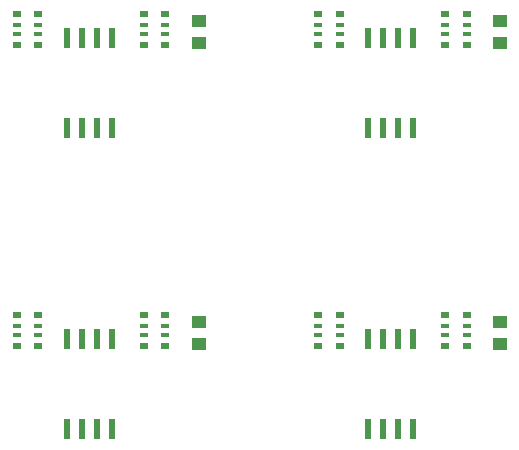
<source format=gbp>
G04 (created by PCBNEW (2013-05-16 BZR 4153)-testing) date Thu 16 May 2013 10:35:42 PM CEST*
%MOIN*%
G04 Gerber Fmt 3.4, Leading zero omitted, Abs format*
%FSLAX34Y34*%
G01*
G70*
G90*
G04 APERTURE LIST*
%ADD10C,0.005906*%
%ADD11R,0.022047X0.069291*%
%ADD12R,0.047200X0.040880*%
%ADD13R,0.031496X0.020472*%
%ADD14R,0.031496X0.015748*%
G04 APERTURE END LIST*
G54D10*
G54D11*
X43738Y-16925D03*
X44238Y-16925D03*
X44738Y-16925D03*
X45238Y-16925D03*
X45238Y-19925D03*
X44738Y-19925D03*
X44238Y-19925D03*
X43738Y-19925D03*
G54D12*
X48149Y-17106D03*
X48149Y-16358D03*
G54D13*
X47027Y-17175D03*
G54D14*
X47027Y-16811D03*
X47027Y-16496D03*
G54D13*
X47027Y-16131D03*
X46318Y-17175D03*
G54D14*
X46318Y-16811D03*
X46318Y-16496D03*
G54D13*
X46318Y-16131D03*
X42086Y-16131D03*
G54D14*
X42086Y-16496D03*
X42086Y-16811D03*
G54D13*
X42086Y-17175D03*
X42795Y-16131D03*
G54D14*
X42795Y-16496D03*
X42795Y-16811D03*
G54D13*
X42795Y-17175D03*
X32047Y-16131D03*
G54D14*
X32047Y-16496D03*
X32047Y-16811D03*
G54D13*
X32047Y-17175D03*
X32755Y-16131D03*
G54D14*
X32755Y-16496D03*
X32755Y-16811D03*
G54D13*
X32755Y-17175D03*
X36988Y-17175D03*
G54D14*
X36988Y-16811D03*
X36988Y-16496D03*
G54D13*
X36988Y-16131D03*
X36279Y-17175D03*
G54D14*
X36279Y-16811D03*
X36279Y-16496D03*
G54D13*
X36279Y-16131D03*
G54D12*
X38110Y-17106D03*
X38110Y-16358D03*
G54D11*
X33698Y-16925D03*
X34198Y-16925D03*
X34698Y-16925D03*
X35198Y-16925D03*
X35198Y-19925D03*
X34698Y-19925D03*
X34198Y-19925D03*
X33698Y-19925D03*
X33698Y-26964D03*
X34198Y-26964D03*
X34698Y-26964D03*
X35198Y-26964D03*
X35198Y-29964D03*
X34698Y-29964D03*
X34198Y-29964D03*
X33698Y-29964D03*
G54D12*
X38110Y-27145D03*
X38110Y-26397D03*
G54D13*
X36988Y-27214D03*
G54D14*
X36988Y-26850D03*
X36988Y-26535D03*
G54D13*
X36988Y-26171D03*
X36279Y-27214D03*
G54D14*
X36279Y-26850D03*
X36279Y-26535D03*
G54D13*
X36279Y-26171D03*
X32047Y-26171D03*
G54D14*
X32047Y-26535D03*
X32047Y-26850D03*
G54D13*
X32047Y-27214D03*
X32755Y-26171D03*
G54D14*
X32755Y-26535D03*
X32755Y-26850D03*
G54D13*
X32755Y-27214D03*
X42086Y-26171D03*
G54D14*
X42086Y-26535D03*
X42086Y-26850D03*
G54D13*
X42086Y-27214D03*
X42795Y-26171D03*
G54D14*
X42795Y-26535D03*
X42795Y-26850D03*
G54D13*
X42795Y-27214D03*
X47027Y-27214D03*
G54D14*
X47027Y-26850D03*
X47027Y-26535D03*
G54D13*
X47027Y-26171D03*
X46318Y-27214D03*
G54D14*
X46318Y-26850D03*
X46318Y-26535D03*
G54D13*
X46318Y-26171D03*
G54D12*
X48149Y-27145D03*
X48149Y-26397D03*
G54D11*
X43738Y-26964D03*
X44238Y-26964D03*
X44738Y-26964D03*
X45238Y-26964D03*
X45238Y-29964D03*
X44738Y-29964D03*
X44238Y-29964D03*
X43738Y-29964D03*
M02*

</source>
